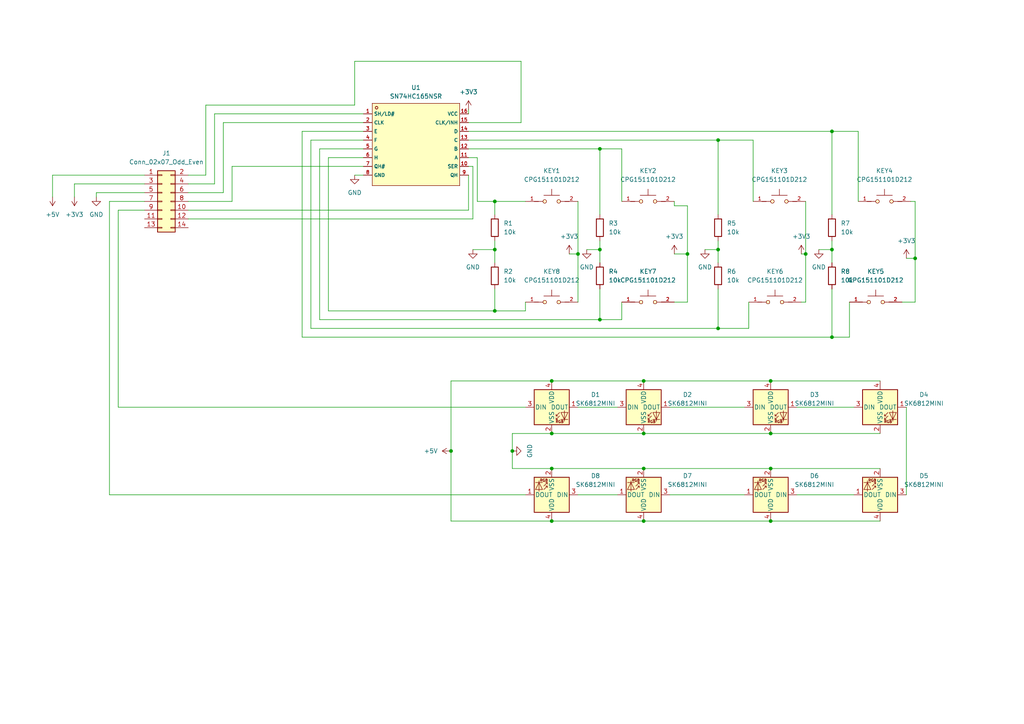
<source format=kicad_sch>
(kicad_sch (version 20230121) (generator eeschema)
  (paper "A4")
  (lib_symbols
    (symbol "CPG151101D212:CPG151101D212" (pin_names hide)
      (property "Reference" "KEY" (at 0 1.27 0))
      (property "Value" "CPG151101D212" (at 0 -2.54 0))
      (symbol "CPG151101D212_0_1"
        (circle (center -2.032 -2.54) (radius 0.508) (fill (type background)))
        (polyline (pts (xy -5.08 -2.54) (xy -2.54 -2.54)))
        (polyline (pts (xy -2.286 -0.762) (xy 2.286 -0.762)))
        (polyline (pts (xy 0 -0.762) (xy 0 1.016)))
        (polyline (pts (xy 5.08 -2.54) (xy 2.54 -2.54)))
        (circle (center 2.032 -2.54) (radius 0.508) (fill (type background)))
        (pin unspecified line (at -7.62 -2.54 0) (length 3.81) (name "1") (number "1"))
        (pin unspecified line (at 7.62 -2.54 180) (length 3.81) (name "2") (number "2"))
      )
    )
    (symbol "Connector_Generic:Conn_02x07_Odd_Even" (pin_names (offset 1.016) hide)
      (property "Reference" "J" (at 1.27 10.16 0))
      (property "Value" "Conn_02x07_Odd_Even" (at 1.27 -10.16 0))
      (symbol "Conn_02x07_Odd_Even_1_1"
        (rectangle (start -1.27 -7.493) (end 0 -7.747) (stroke (width 0.1524)))
        (rectangle (start -1.27 -4.953) (end 0 -5.207) (stroke (width 0.1524)))
        (rectangle (start -1.27 -2.413) (end 0 -2.667) (stroke (width 0.1524)))
        (rectangle (start -1.27 0.127) (end 0 -0.127) (stroke (width 0.1524)))
        (rectangle (start -1.27 2.667) (end 0 2.413) (stroke (width 0.1524)))
        (rectangle (start -1.27 5.207) (end 0 4.953) (stroke (width 0.1524)))
        (rectangle (start -1.27 7.747) (end 0 7.493) (stroke (width 0.1524)))
        (rectangle (start -1.27 8.89) (end 3.81 -8.89) (stroke (width 0.254)) (fill (type background)))
        (rectangle (start 3.81 -7.493) (end 2.54 -7.747) (stroke (width 0.1524)))
        (rectangle (start 3.81 -4.953) (end 2.54 -5.207) (stroke (width 0.1524)))
        (rectangle (start 3.81 -2.413) (end 2.54 -2.667) (stroke (width 0.1524)))
        (rectangle (start 3.81 0.127) (end 2.54 -0.127) (stroke (width 0.1524)))
        (rectangle (start 3.81 2.667) (end 2.54 2.413) (stroke (width 0.1524)))
        (rectangle (start 3.81 5.207) (end 2.54 4.953) (stroke (width 0.1524)))
        (rectangle (start 3.81 7.747) (end 2.54 7.493) (stroke (width 0.1524)))
        (pin passive line (at -5.08 7.62 0) (length 3.81) (name "Pin_1") (number "1"))
        (pin passive line (at 7.62 -2.54 180) (length 3.81) (name "Pin_10") (number "10"))
        (pin passive line (at -5.08 -5.08 0) (length 3.81) (name "Pin_11") (number "11"))
        (pin passive line (at 7.62 -5.08 180) (length 3.81) (name "Pin_12") (number "12"))
        (pin passive line (at -5.08 -7.62 0) (length 3.81) (name "Pin_13") (number "13"))
        (pin passive line (at 7.62 -7.62 180) (length 3.81) (name "Pin_14") (number "14"))
        (pin passive line (at 7.62 7.62 180) (length 3.81) (name "Pin_2") (number "2"))
        (pin passive line (at -5.08 5.08 0) (length 3.81) (name "Pin_3") (number "3"))
        (pin passive line (at 7.62 5.08 180) (length 3.81) (name "Pin_4") (number "4"))
        (pin passive line (at -5.08 2.54 0) (length 3.81) (name "Pin_5") (number "5"))
        (pin passive line (at 7.62 2.54 180) (length 3.81) (name "Pin_6") (number "6"))
        (pin passive line (at -5.08 0 0) (length 3.81) (name "Pin_7") (number "7"))
        (pin passive line (at 7.62 0 180) (length 3.81) (name "Pin_8") (number "8"))
        (pin passive line (at -5.08 -2.54 0) (length 3.81) (name "Pin_9") (number "9"))
      )
    )
    (symbol "Device:R" (pin_numbers hide) (pin_names (offset 0))
      (property "Reference" "R" (at 2.032 0 90))
      (property "Value" "R" (at 0 0 90))
      (symbol "R_0_1"
        (rectangle (start -1.016 -2.54) (end 1.016 2.54) (stroke (width 0.254)))
      )
      (symbol "R_1_1"
        (pin passive line (at 0 3.81 270) (length 1.27) (name "~") (number "1"))
        (pin passive line (at 0 -3.81 90) (length 1.27) (name "~") (number "2"))
      )
    )
    (symbol "LED:SK6812MINI" (pin_names (offset 0.254))
      (property "Reference" "D" (at 5.08 5.715 0))
      (property "Value" "SK6812MINI" (at 1.27 -5.715 0))
      (symbol "SK6812MINI_0_0"
        (text "RGB" (at 2.286 -4.191 0) (effects (font (size 0.762 0.762))))
      )
      (symbol "SK6812MINI_0_1"
        (polyline (pts (xy 1.27 -3.556) (xy 1.778 -3.556)))
        (polyline (pts (xy 1.27 -2.54) (xy 1.778 -2.54)))
        (polyline (pts (xy 4.699 -3.556) (xy 2.667 -3.556)))
        (polyline (pts (xy 2.286 -2.54) (xy 1.27 -3.556) (xy 1.27 -3.048)))
        (polyline (pts (xy 2.286 -1.524) (xy 1.27 -2.54) (xy 1.27 -2.032)))
        (polyline (pts (xy 3.683 -1.016) (xy 3.683 -3.556) (xy 3.683 -4.064)))
        (polyline (pts (xy 4.699 -1.524) (xy 2.667 -1.524) (xy 3.683 -3.556) (xy 4.699 -1.524)))
        (rectangle (start 5.08 5.08) (end -5.08 -5.08) (stroke (width 0.254)) (fill (type background)))
      )
      (symbol "SK6812MINI_1_1"
        (pin output line (at 7.62 0 180) (length 2.54) (name "DOUT") (number "1"))
        (pin power_in line (at 0 -7.62 90) (length 2.54) (name "VSS") (number "2"))
        (pin input line (at -7.62 0 0) (length 2.54) (name "DIN") (number "3"))
        (pin power_in line (at 0 7.62 270) (length 2.54) (name "VDD") (number "4"))
      )
    )
    (symbol "SN74HC165NSR:SN74HC165NSR"
      (property "Reference" "U" (at 0 1.27 0))
      (property "Value" "SN74HC165NSR" (at 0 -2.54 0))
      (symbol "SN74HC165NSR_0_1"
        (rectangle (start -12.7 11.938) (end 12.7 -11.938) (fill (type background)))
        (circle (center -11.43 10.668) (radius 0.381) (fill (type background)))
        (circle (center -11.43 10.668) (radius 0.381) (fill (type background)))
        (pin unspecified line (at -15.24 8.89 0) (length 2.54) (name "SH/LD#") (number "1"))
        (pin unspecified line (at 15.24 -6.35 180) (length 2.54) (name "SER") (number "10"))
        (pin unspecified line (at 15.24 -3.81 180) (length 2.54) (name "A") (number "11"))
        (pin unspecified line (at 15.24 -1.27 180) (length 2.54) (name "B") (number "12"))
        (pin unspecified line (at 15.24 1.27 180) (length 2.54) (name "C") (number "13"))
        (pin unspecified line (at 15.24 3.81 180) (length 2.54) (name "D") (number "14"))
        (pin unspecified line (at 15.24 6.35 180) (length 2.54) (name "CLK/INH") (number "15"))
        (pin unspecified line (at 15.24 8.89 180) (length 2.54) (name "VCC") (number "16"))
        (pin unspecified line (at -15.24 6.35 0) (length 2.54) (name "CLK") (number "2"))
        (pin unspecified line (at -15.24 3.81 0) (length 2.54) (name "E") (number "3"))
        (pin unspecified line (at -15.24 1.27 0) (length 2.54) (name "F") (number "4"))
        (pin unspecified line (at -15.24 -1.27 0) (length 2.54) (name "G") (number "5"))
        (pin unspecified line (at -15.24 -3.81 0) (length 2.54) (name "H") (number "6"))
        (pin unspecified line (at -15.24 -6.35 0) (length 2.54) (name "QH#") (number "7"))
        (pin unspecified line (at -15.24 -8.89 0) (length 2.54) (name "GND") (number "8"))
        (pin unspecified line (at 15.24 -8.89 180) (length 2.54) (name "QH") (number "9"))
      )
    )
    (symbol "power:+3V3" (power) (pin_names (offset 0))
      (property "Value" "+3V3" (at 0 3.556 0))
      (symbol "+3V3_0_1"
        (polyline (pts (xy -0.762 1.27) (xy 0 2.54)))
        (polyline (pts (xy 0 0) (xy 0 2.54)))
        (polyline (pts (xy 0 2.54) (xy 0.762 1.27)))
      )
      (symbol "+3V3_1_1"
        (pin power_in line (at 0 0 90) (length 0) hide (name "+3V3") (number "1"))
      )
    )
    (symbol "power:+5V" (power) (pin_names (offset 0))
      (property "Value" "+5V" (at 0 3.556 0))
      (symbol "+5V_0_1"
        (polyline (pts (xy -0.762 1.27) (xy 0 2.54)))
        (polyline (pts (xy 0 0) (xy 0 2.54)))
        (polyline (pts (xy 0 2.54) (xy 0.762 1.27)))
      )
      (symbol "+5V_1_1"
        (pin power_in line (at 0 0 90) (length 0) hide (name "+5V") (number "1"))
      )
    )
    (symbol "power:GND" (power) (pin_names (offset 0))
      (property "Value" "GND" (at 0 -3.81 0))
      (symbol "GND_0_1"
        (polyline (pts (xy 0 0) (xy 0 -1.27) (xy 1.27 -1.27) (xy 0 -2.54) (xy -1.27 -1.27) (xy 0 -1.27)))
      )
      (symbol "GND_1_1"
        (pin power_in line (at 0 0 270) (length 0) hide (name "GND") (number "1"))
      )
    )
  )
  (junction (at 186.69 110.49))
  (junction (at 143.51 90.17))
  (junction (at 241.3 97.79))
  (junction (at 167.64 73.66))
  (junction (at 148.59 130.81))
  (junction (at 233.68 73.66))
  (junction (at 186.69 151.13))
  (junction (at 143.51 58.42))
  (junction (at 223.52 151.13))
  (junction (at 208.28 72.39))
  (junction (at 223.52 110.49))
  (junction (at 223.52 135.89))
  (junction (at 241.3 72.39))
  (junction (at 160.02 110.49))
  (junction (at 208.28 95.25))
  (junction (at 160.02 151.13))
  (junction (at 199.39 73.66))
  (junction (at 186.69 125.73))
  (junction (at 130.81 130.81))
  (junction (at 143.51 72.39))
  (junction (at 241.3 38.1))
  (junction (at 160.02 135.89))
  (junction (at 265.43 74.93))
  (junction (at 160.02 125.73))
  (junction (at 186.69 135.89))
  (junction (at 173.99 72.39))
  (junction (at 173.99 92.71))
  (junction (at 173.99 43.18))
  (junction (at 223.52 125.73))
  (junction (at 208.28 40.64))
  (wire (pts (xy 265.43 58.42) (xy 265.43 74.93)))
  (wire (pts (xy 173.99 69.85) (xy 173.99 72.39)))
  (wire (pts (xy 223.52 135.89) (xy 255.27 135.89)))
  (wire (pts (xy 167.64 118.11) (xy 179.07 118.11)))
  (wire (pts (xy 143.51 72.39) (xy 137.16 72.39)))
  (wire (pts (xy 199.39 87.63) (xy 199.39 73.66)))
  (wire (pts (xy 167.64 73.66) (xy 167.64 87.63)))
  (wire (pts (xy 135.89 38.1) (xy 241.3 38.1)))
  (wire (pts (xy 173.99 92.71) (xy 92.71 92.71)))
  (wire (pts (xy 223.52 125.73) (xy 255.27 125.73)))
  (wire (pts (xy 41.91 53.34) (xy 21.59 53.34)))
  (wire (pts (xy 27.94 55.88) (xy 27.94 57.15)))
  (wire (pts (xy 143.51 72.39) (xy 143.51 76.2)))
  (wire (pts (xy 173.99 72.39) (xy 170.18 72.39)))
  (wire (pts (xy 21.59 53.34) (xy 21.59 57.15)))
  (wire (pts (xy 160.02 151.13) (xy 186.69 151.13)))
  (wire (pts (xy 241.3 97.79) (xy 87.63 97.79)))
  (wire (pts (xy 199.39 59.69) (xy 199.39 73.66)))
  (wire (pts (xy 195.58 59.69) (xy 199.39 59.69)))
  (wire (pts (xy 34.29 118.11) (xy 152.4 118.11)))
  (wire (pts (xy 264.16 58.42) (xy 265.43 58.42)))
  (wire (pts (xy 262.89 118.11) (xy 262.89 143.51)))
  (wire (pts (xy 241.3 38.1) (xy 248.92 38.1)))
  (wire (pts (xy 160.02 135.89) (xy 186.69 135.89)))
  (wire (pts (xy 218.44 40.64) (xy 208.28 40.64)))
  (wire (pts (xy 130.81 130.81) (xy 130.81 151.13)))
  (wire (pts (xy 160.02 125.73) (xy 186.69 125.73)))
  (wire (pts (xy 41.91 55.88) (xy 27.94 55.88)))
  (wire (pts (xy 152.4 87.63) (xy 152.4 90.17)))
  (wire (pts (xy 167.64 73.66) (xy 165.1 73.66)))
  (wire (pts (xy 160.02 125.73) (xy 148.59 125.73)))
  (wire (pts (xy 233.68 87.63) (xy 233.68 73.66)))
  (wire (pts (xy 160.02 110.49) (xy 186.69 110.49)))
  (wire (pts (xy 151.13 17.78) (xy 102.87 17.78)))
  (wire (pts (xy 233.68 58.42) (xy 233.68 73.66)))
  (wire (pts (xy 195.58 87.63) (xy 199.39 87.63)))
  (wire (pts (xy 105.41 33.02) (xy 62.23 33.02)))
  (wire (pts (xy 90.17 95.25) (xy 90.17 40.64)))
  (wire (pts (xy 231.14 118.11) (xy 247.65 118.11)))
  (wire (pts (xy 186.69 151.13) (xy 223.52 151.13)))
  (wire (pts (xy 246.38 97.79) (xy 246.38 87.63)))
  (wire (pts (xy 102.87 50.8) (xy 105.41 50.8)))
  (wire (pts (xy 62.23 33.02) (xy 62.23 53.34)))
  (wire (pts (xy 241.3 62.23) (xy 241.3 38.1)))
  (wire (pts (xy 59.69 50.8) (xy 54.61 50.8)))
  (wire (pts (xy 105.41 35.56) (xy 64.77 35.56)))
  (wire (pts (xy 143.51 58.42) (xy 143.51 62.23)))
  (wire (pts (xy 208.28 83.82) (xy 208.28 95.25)))
  (wire (pts (xy 62.23 53.34) (xy 54.61 53.34)))
  (wire (pts (xy 137.16 48.26) (xy 137.16 63.5)))
  (wire (pts (xy 180.34 43.18) (xy 173.99 43.18)))
  (wire (pts (xy 248.92 58.42) (xy 248.92 38.1)))
  (wire (pts (xy 173.99 43.18) (xy 173.99 62.23)))
  (wire (pts (xy 67.31 58.42) (xy 54.61 58.42)))
  (wire (pts (xy 241.3 83.82) (xy 241.3 97.79)))
  (wire (pts (xy 208.28 72.39) (xy 204.47 72.39)))
  (wire (pts (xy 217.17 95.25) (xy 208.28 95.25)))
  (wire (pts (xy 194.31 143.51) (xy 215.9 143.51)))
  (wire (pts (xy 135.89 33.02) (xy 135.89 31.75)))
  (wire (pts (xy 143.51 58.42) (xy 152.4 58.42)))
  (wire (pts (xy 102.87 17.78) (xy 102.87 30.48)))
  (wire (pts (xy 173.99 43.18) (xy 135.89 43.18)))
  (wire (pts (xy 194.31 118.11) (xy 215.9 118.11)))
  (wire (pts (xy 195.58 58.42) (xy 195.58 59.69)))
  (wire (pts (xy 218.44 58.42) (xy 218.44 40.64)))
  (wire (pts (xy 143.51 83.82) (xy 143.51 90.17)))
  (wire (pts (xy 41.91 50.8) (xy 15.24 50.8)))
  (wire (pts (xy 265.43 87.63) (xy 265.43 74.93)))
  (wire (pts (xy 143.51 90.17) (xy 95.25 90.17)))
  (wire (pts (xy 102.87 30.48) (xy 59.69 30.48)))
  (wire (pts (xy 180.34 58.42) (xy 180.34 43.18)))
  (wire (pts (xy 135.89 60.96) (xy 54.61 60.96)))
  (wire (pts (xy 186.69 110.49) (xy 223.52 110.49)))
  (wire (pts (xy 135.89 45.72) (xy 138.43 45.72)))
  (wire (pts (xy 135.89 48.26) (xy 137.16 48.26)))
  (wire (pts (xy 167.64 58.42) (xy 167.64 73.66)))
  (wire (pts (xy 223.52 151.13) (xy 255.27 151.13)))
  (wire (pts (xy 233.68 73.66) (xy 232.41 73.66)))
  (wire (pts (xy 148.59 135.89) (xy 148.59 130.81)))
  (wire (pts (xy 208.28 76.2) (xy 208.28 72.39)))
  (wire (pts (xy 138.43 58.42) (xy 143.51 58.42)))
  (wire (pts (xy 208.28 40.64) (xy 208.28 62.23)))
  (wire (pts (xy 246.38 97.79) (xy 241.3 97.79)))
  (wire (pts (xy 31.75 143.51) (xy 31.75 58.42)))
  (wire (pts (xy 208.28 69.85) (xy 208.28 72.39)))
  (wire (pts (xy 31.75 143.51) (xy 152.4 143.51)))
  (wire (pts (xy 87.63 97.79) (xy 87.63 38.1)))
  (wire (pts (xy 241.3 72.39) (xy 237.49 72.39)))
  (wire (pts (xy 186.69 135.89) (xy 223.52 135.89)))
  (wire (pts (xy 34.29 118.11) (xy 34.29 60.96)))
  (wire (pts (xy 95.25 45.72) (xy 105.41 45.72)))
  (wire (pts (xy 130.81 110.49) (xy 160.02 110.49)))
  (wire (pts (xy 41.91 60.96) (xy 34.29 60.96)))
  (wire (pts (xy 180.34 92.71) (xy 173.99 92.71)))
  (wire (pts (xy 186.69 125.73) (xy 223.52 125.73)))
  (wire (pts (xy 137.16 63.5) (xy 54.61 63.5)))
  (wire (pts (xy 95.25 90.17) (xy 95.25 45.72)))
  (wire (pts (xy 208.28 40.64) (xy 135.89 40.64)))
  (wire (pts (xy 232.41 87.63) (xy 233.68 87.63)))
  (wire (pts (xy 180.34 87.63) (xy 180.34 92.71)))
  (wire (pts (xy 173.99 83.82) (xy 173.99 92.71)))
  (wire (pts (xy 241.3 76.2) (xy 241.3 72.39)))
  (wire (pts (xy 208.28 95.25) (xy 90.17 95.25)))
  (wire (pts (xy 87.63 38.1) (xy 105.41 38.1)))
  (wire (pts (xy 15.24 50.8) (xy 15.24 57.15)))
  (wire (pts (xy 92.71 92.71) (xy 92.71 43.18)))
  (wire (pts (xy 173.99 72.39) (xy 173.99 76.2)))
  (wire (pts (xy 138.43 45.72) (xy 138.43 58.42)))
  (wire (pts (xy 143.51 69.85) (xy 143.51 72.39)))
  (wire (pts (xy 92.71 43.18) (xy 105.41 43.18)))
  (wire (pts (xy 167.64 143.51) (xy 179.07 143.51)))
  (wire (pts (xy 195.58 73.66) (xy 199.39 73.66)))
  (wire (pts (xy 90.17 40.64) (xy 105.41 40.64)))
  (wire (pts (xy 241.3 69.85) (xy 241.3 72.39)))
  (wire (pts (xy 130.81 130.81) (xy 130.81 110.49)))
  (wire (pts (xy 64.77 55.88) (xy 54.61 55.88)))
  (wire (pts (xy 217.17 87.63) (xy 217.17 95.25)))
  (wire (pts (xy 105.41 48.26) (xy 67.31 48.26)))
  (wire (pts (xy 64.77 35.56) (xy 64.77 55.88)))
  (wire (pts (xy 67.31 48.26) (xy 67.31 58.42)))
  (wire (pts (xy 135.89 35.56) (xy 151.13 35.56)))
  (wire (pts (xy 160.02 151.13) (xy 130.81 151.13)))
  (wire (pts (xy 31.75 58.42) (xy 41.91 58.42)))
  (wire (pts (xy 135.89 50.8) (xy 135.89 60.96)))
  (wire (pts (xy 152.4 90.17) (xy 143.51 90.17)))
  (wire (pts (xy 223.52 110.49) (xy 255.27 110.49)))
  (wire (pts (xy 160.02 135.89) (xy 148.59 135.89)))
  (wire (pts (xy 265.43 74.93) (xy 262.89 74.93)))
  (wire (pts (xy 148.59 125.73) (xy 148.59 130.81)))
  (wire (pts (xy 151.13 35.56) (xy 151.13 17.78)))
  (wire (pts (xy 59.69 30.48) (xy 59.69 50.8)))
  (wire (pts (xy 231.14 143.51) (xy 247.65 143.51)))
  (wire (pts (xy 261.62 87.63) (xy 265.43 87.63)))
  (symbol (lib_id "power:+3V3") (at 262.89 74.93 0) (unit 1)
    (property "Reference" "#PWR07" (effects hide))
    (property "Value" "+3V3" (at 262.89 69.85 0))
  )
  (symbol (lib_id "CPG151101D212:CPG151101D212") (at 254 85.09 0) (unit 1)
    (property "Reference" "KEY5" (at 254 78.74 0))
    (property "Value" "CPG151101D212" (at 254 81.28 0))
    (property "Footprint" "footprint:KEY-TH_CPG151101D21X" (effects hide))
    (property "Datasheet" "https://item.szlcsc.com/383997.html" (effects hide))
    (property "LCSC" "C400234" (effects hide))
  )
  (symbol (lib_id "SN74HC165NSR:SN74HC165NSR") (at 120.65 41.91 0) (unit 1)
    (property "Reference" "U1" (at 120.65 25.4 0))
    (property "Value" "SN74HC165NSR" (at 120.65 27.94 0))
    (property "Footprint" "footprint:SOP-16_L10.3-W5.4-P1.27-LS7.8-BL" (effects hide))
    (property "Datasheet" "https://item.szlcsc.com/108111.html?ref=editor&logined=true" (effects hide))
    (property "LCSC" "C129935" (effects hide))
  )
  (symbol (lib_id "power:GND") (at 170.18 72.39 0) (unit 1)
    (property "Reference" "#PWR04" (effects hide))
    (property "Value" "GND" (at 170.18 77.47 0))
  )
  (symbol (lib_id "power:GND") (at 237.49 72.39 0) (unit 1)
    (property "Reference" "#PWR06" (effects hide))
    (property "Value" "GND" (at 237.49 77.47 0))
  )
  (symbol (lib_id "power:+5V") (at 130.81 130.81 90) (unit 1)
    (property "Reference" "#PWR012" (effects hide))
    (property "Value" "+5V" (at 127 130.81 90) (effects (justify left)))
  )
  (symbol (lib_id "LED:SK6812MINI") (at 186.69 118.11 0) (unit 1)
    (property "Reference" "D2" (at 199.39 114.4621 0))
    (property "Value" "SK6812MINI" (at 199.39 117.0021 0))
    (property "Footprint" "LED_SMD:LED_SK6812MINI_PLCC4_3.5x3.5mm_P1.75mm" (effects hide))
    (property "Datasheet" "https://cdn-shop.adafruit.com/product-files/2686/SK6812MINI_REV.01-1-2.pdf" (effects hide))
  )
  (symbol (lib_id "LED:SK6812MINI") (at 255.27 143.51 180) (unit 1)
    (property "Reference" "D5" (at 267.97 138.0139 0))
    (property "Value" "SK6812MINI" (at 267.97 140.5539 0))
    (property "Footprint" "LED_SMD:LED_SK6812MINI_PLCC4_3.5x3.5mm_P1.75mm" (effects hide))
    (property "Datasheet" "https://cdn-shop.adafruit.com/product-files/2686/SK6812MINI_REV.01-1-2.pdf" (effects hide))
  )
  (symbol (lib_id "CPG151101D212:CPG151101D212") (at 187.96 85.09 0) (unit 1)
    (property "Reference" "KEY7" (at 187.96 78.74 0))
    (property "Value" "CPG151101D212" (at 187.96 81.28 0))
    (property "Footprint" "footprint:KEY-TH_CPG151101D21X" (effects hide))
    (property "Datasheet" "https://item.szlcsc.com/383997.html" (effects hide))
    (property "LCSC" "C400234" (effects hide))
  )
  (symbol (lib_id "power:GND") (at 204.47 72.39 0) (unit 1)
    (property "Reference" "#PWR05" (effects hide))
    (property "Value" "GND" (at 204.47 77.47 0))
  )
  (symbol (lib_id "LED:SK6812MINI") (at 186.69 143.51 180) (unit 1)
    (property "Reference" "D7" (at 199.39 138.0139 0))
    (property "Value" "SK6812MINI" (at 199.39 140.5539 0))
    (property "Footprint" "LED_SMD:LED_SK6812MINI_PLCC4_3.5x3.5mm_P1.75mm" (effects hide))
    (property "Datasheet" "https://cdn-shop.adafruit.com/product-files/2686/SK6812MINI_REV.01-1-2.pdf" (effects hide))
  )
  (symbol (lib_id "power:+3V3") (at 21.59 57.15 180) (unit 1)
    (property "Reference" "#PWR018" (effects hide))
    (property "Value" "+3V3" (at 21.59 62.23 0))
  )
  (symbol (lib_id "CPG151101D212:CPG151101D212") (at 160.02 55.88 0) (unit 1)
    (property "Reference" "KEY1" (at 160.02 49.53 0))
    (property "Value" "CPG151101D212" (at 160.02 52.07 0))
    (property "Footprint" "footprint:KEY-TH_CPG151101D21X" (effects hide))
    (property "Datasheet" "https://item.szlcsc.com/383997.html" (effects hide))
    (property "LCSC" "C400234" (effects hide))
  )
  (symbol (lib_id "power:+3V3") (at 165.1 73.66 0) (unit 1)
    (property "Reference" "#PWR010" (effects hide))
    (property "Value" "+3V3" (at 165.1 68.58 0))
  )
  (symbol (lib_id "LED:SK6812MINI") (at 255.27 118.11 0) (unit 1)
    (property "Reference" "D4" (at 267.97 114.4621 0))
    (property "Value" "SK6812MINI" (at 267.97 117.0021 0))
    (property "Footprint" "LED_SMD:LED_SK6812MINI_PLCC4_3.5x3.5mm_P1.75mm" (effects hide))
    (property "Datasheet" "https://cdn-shop.adafruit.com/product-files/2686/SK6812MINI_REV.01-1-2.pdf" (effects hide))
  )
  (symbol (lib_id "Device:R") (at 143.51 80.01 0) (unit 1)
    (property "Reference" "R2" (at 146.05 78.74 0) (effects (justify left)))
    (property "Value" "10k" (at 146.05 81.28 0) (effects (justify left)))
    (property "Footprint" "Resistor_SMD:R_0201_0603Metric" (effects hide))
  )
  (symbol (lib_id "Device:R") (at 241.3 80.01 0) (unit 1)
    (property "Reference" "R8" (at 243.84 78.74 0) (effects (justify left)))
    (property "Value" "10k" (at 243.84 81.28 0) (effects (justify left)))
    (property "Footprint" "Resistor_SMD:R_0201_0603Metric" (effects hide))
  )
  (symbol (lib_id "CPG151101D212:CPG151101D212") (at 256.54 55.88 0) (unit 1)
    (property "Reference" "KEY4" (at 256.54 49.53 0))
    (property "Value" "CPG151101D212" (at 256.54 52.07 0))
    (property "Footprint" "footprint:KEY-TH_CPG151101D21X" (effects hide))
    (property "Datasheet" "https://item.szlcsc.com/383997.html" (effects hide))
    (property "LCSC" "C400234" (effects hide))
  )
  (symbol (lib_id "Device:R") (at 173.99 66.04 0) (unit 1)
    (property "Reference" "R3" (at 176.53 64.77 0) (effects (justify left)))
    (property "Value" "10k" (at 176.53 67.31 0) (effects (justify left)))
    (property "Footprint" "Resistor_SMD:R_0201_0603Metric" (effects hide))
  )
  (symbol (lib_id "Device:R") (at 143.51 66.04 0) (unit 1)
    (property "Reference" "R1" (at 146.05 64.77 0) (effects (justify left)))
    (property "Value" "10k" (at 146.05 67.31 0) (effects (justify left)))
    (property "Footprint" "Resistor_SMD:R_0201_0603Metric" (effects hide))
  )
  (symbol (lib_id "power:GND") (at 137.16 72.39 0) (unit 1)
    (property "Reference" "#PWR03" (effects hide))
    (property "Value" "GND" (at 137.16 77.47 0))
  )
  (symbol (lib_id "power:+3V3") (at 135.89 31.75 0) (unit 1)
    (property "Reference" "#PWR01" (effects hide))
    (property "Value" "+3V3" (at 135.89 26.67 0))
  )
  (symbol (lib_id "CPG151101D212:CPG151101D212") (at 226.06 55.88 0) (unit 1)
    (property "Reference" "KEY3" (at 226.06 49.53 0))
    (property "Value" "CPG151101D212" (at 226.06 52.07 0))
    (property "Footprint" "footprint:KEY-TH_CPG151101D21X" (effects hide))
    (property "Datasheet" "https://item.szlcsc.com/383997.html" (effects hide))
    (property "LCSC" "C400234" (effects hide))
  )
  (symbol (lib_id "Device:R") (at 208.28 66.04 0) (unit 1)
    (property "Reference" "R5" (at 210.82 64.77 0) (effects (justify left)))
    (property "Value" "10k" (at 210.82 67.31 0) (effects (justify left)))
    (property "Footprint" "Resistor_SMD:R_0201_0603Metric" (effects hide))
  )
  (symbol (lib_id "LED:SK6812MINI") (at 223.52 118.11 0) (unit 1)
    (property "Reference" "D3" (at 236.22 114.4621 0))
    (property "Value" "SK6812MINI" (at 236.22 117.0021 0))
    (property "Footprint" "LED_SMD:LED_SK6812MINI_PLCC4_3.5x3.5mm_P1.75mm" (effects hide))
    (property "Datasheet" "https://cdn-shop.adafruit.com/product-files/2686/SK6812MINI_REV.01-1-2.pdf" (effects hide))
  )
  (symbol (lib_id "Device:R") (at 208.28 80.01 0) (unit 1)
    (property "Reference" "R6" (at 210.82 78.74 0) (effects (justify left)))
    (property "Value" "10k" (at 210.82 81.28 0) (effects (justify left)))
    (property "Footprint" "Resistor_SMD:R_0201_0603Metric" (effects hide))
  )
  (symbol (lib_id "LED:SK6812MINI") (at 223.52 143.51 180) (unit 1)
    (property "Reference" "D6" (at 236.22 138.0139 0))
    (property "Value" "SK6812MINI" (at 236.22 140.5539 0))
    (property "Footprint" "LED_SMD:LED_SK6812MINI_PLCC4_3.5x3.5mm_P1.75mm" (effects hide))
    (property "Datasheet" "https://cdn-shop.adafruit.com/product-files/2686/SK6812MINI_REV.01-1-2.pdf" (effects hide))
  )
  (symbol (lib_id "CPG151101D212:CPG151101D212") (at 224.79 85.09 0) (unit 1)
    (property "Reference" "KEY6" (at 224.79 78.74 0))
    (property "Value" "CPG151101D212" (at 224.79 81.28 0))
    (property "Footprint" "footprint:KEY-TH_CPG151101D21X" (effects hide))
    (property "Datasheet" "https://item.szlcsc.com/383997.html" (effects hide))
    (property "LCSC" "C400234" (effects hide))
  )
  (symbol (lib_id "Device:R") (at 241.3 66.04 0) (unit 1)
    (property "Reference" "R7" (at 243.84 64.77 0) (effects (justify left)))
    (property "Value" "10k" (at 243.84 67.31 0) (effects (justify left)))
    (property "Footprint" "Resistor_SMD:R_0201_0603Metric" (effects hide))
  )
  (symbol (lib_id "CPG151101D212:CPG151101D212") (at 187.96 55.88 0) (unit 1)
    (property "Reference" "KEY2" (at 187.96 49.53 0))
    (property "Value" "CPG151101D212" (at 187.96 52.07 0))
    (property "Footprint" "footprint:KEY-TH_CPG151101D21X" (effects hide))
    (property "Datasheet" "https://item.szlcsc.com/383997.html" (effects hide))
    (property "LCSC" "C400234" (effects hide))
  )
  (symbol (lib_id "power:GND") (at 27.94 57.15 0) (unit 1)
    (property "Reference" "#PWR017" (effects hide))
    (property "Value" "GND" (at 27.94 62.23 0))
  )
  (symbol (lib_id "LED:SK6812MINI") (at 160.02 118.11 0) (unit 1)
    (property "Reference" "D1" (at 172.72 114.4621 0))
    (property "Value" "SK6812MINI" (at 172.72 117.0021 0))
    (property "Footprint" "LED_SMD:LED_SK6812MINI_PLCC4_3.5x3.5mm_P1.75mm" (effects hide))
    (property "Datasheet" "https://cdn-shop.adafruit.com/product-files/2686/SK6812MINI_REV.01-1-2.pdf" (effects hide))
  )
  (symbol (lib_id "Connector_Generic:Conn_02x07_Odd_Even") (at 46.99 58.42 0) (unit 1)
    (property "Reference" "J1" (at 48.26 44.45 0))
    (property "Value" "Conn_02x07_Odd_Even" (at 48.26 46.99 0))
    (property "Footprint" "Connector_PinHeader_2.54mm:PinHeader_2x07_P2.54mm_Vertical_SMD" (effects hide))
  )
  (symbol (lib_id "power:+3V3") (at 195.58 73.66 0) (unit 1)
    (property "Reference" "#PWR09" (effects hide))
    (property "Value" "+3V3" (at 195.58 68.58 0))
  )
  (symbol (lib_id "CPG151101D212:CPG151101D212") (at 160.02 85.09 0) (unit 1)
    (property "Reference" "KEY8" (at 160.02 78.74 0))
    (property "Value" "CPG151101D212" (at 160.02 81.28 0))
    (property "Footprint" "footprint:KEY-TH_CPG151101D21X" (effects hide))
    (property "Datasheet" "https://item.szlcsc.com/383997.html" (effects hide))
    (property "LCSC" "C400234" (effects hide))
  )
  (symbol (lib_id "power:+3V3") (at 232.41 73.66 0) (unit 1)
    (property "Reference" "#PWR08" (effects hide))
    (property "Value" "+3V3" (at 232.41 68.58 0))
  )
  (symbol (lib_id "Device:R") (at 173.99 80.01 0) (unit 1)
    (property "Reference" "R4" (at 176.53 78.74 0) (effects (justify left)))
    (property "Value" "10k" (at 176.53 81.28 0) (effects (justify left)))
    (property "Footprint" "Resistor_SMD:R_0201_0603Metric" (effects hide))
  )
  (symbol (lib_id "power:+5V") (at 15.24 57.15 180) (unit 1)
    (property "Reference" "#PWR011" (effects hide))
    (property "Value" "+5V" (at 15.24 62.23 0))
  )
  (symbol (lib_id "LED:SK6812MINI") (at 160.02 143.51 180) (unit 1)
    (property "Reference" "D8" (at 172.72 138.0139 0))
    (property "Value" "SK6812MINI" (at 172.72 140.5539 0))
    (property "Footprint" "LED_SMD:LED_SK6812MINI_PLCC4_3.5x3.5mm_P1.75mm" (effects hide))
    (property "Datasheet" "https://cdn-shop.adafruit.com/product-files/2686/SK6812MINI_REV.01-1-2.pdf" (effects hide))
  )
  (symbol (lib_id "power:GND") (at 148.59 130.81 90) (unit 1)
    (property "Reference" "#PWR014" (effects hide))
    (property "Value" "GND" (at 153.67 130.81 0))
  )
  (symbol (lib_id "power:GND") (at 102.87 50.8 0) (unit 1)
    (property "Reference" "#PWR02" (effects hide))
    (property "Value" "GND" (at 102.87 55.88 0))
  )
)
</source>
